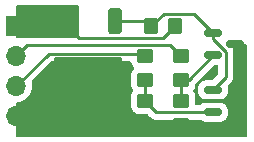
<source format=gbr>
%TF.GenerationSoftware,KiCad,Pcbnew,7.0.2*%
%TF.CreationDate,2023-09-29T19:18:40+02:00*%
%TF.ProjectId,crowbar,63726f77-6261-4722-9e6b-696361645f70,rev?*%
%TF.SameCoordinates,Original*%
%TF.FileFunction,Copper,L2,Bot*%
%TF.FilePolarity,Positive*%
%FSLAX46Y46*%
G04 Gerber Fmt 4.6, Leading zero omitted, Abs format (unit mm)*
G04 Created by KiCad (PCBNEW 7.0.2) date 2023-09-29 19:18:40*
%MOMM*%
%LPD*%
G01*
G04 APERTURE LIST*
G04 Aperture macros list*
%AMRoundRect*
0 Rectangle with rounded corners*
0 $1 Rounding radius*
0 $2 $3 $4 $5 $6 $7 $8 $9 X,Y pos of 4 corners*
0 Add a 4 corners polygon primitive as box body*
4,1,4,$2,$3,$4,$5,$6,$7,$8,$9,$2,$3,0*
0 Add four circle primitives for the rounded corners*
1,1,$1+$1,$2,$3*
1,1,$1+$1,$4,$5*
1,1,$1+$1,$6,$7*
1,1,$1+$1,$8,$9*
0 Add four rect primitives between the rounded corners*
20,1,$1+$1,$2,$3,$4,$5,0*
20,1,$1+$1,$4,$5,$6,$7,0*
20,1,$1+$1,$6,$7,$8,$9,0*
20,1,$1+$1,$8,$9,$2,$3,0*%
G04 Aperture macros list end*
%TA.AperFunction,SMDPad,CuDef*%
%ADD10RoundRect,0.150000X-0.587500X-0.150000X0.587500X-0.150000X0.587500X0.150000X-0.587500X0.150000X0*%
%TD*%
%TA.AperFunction,SMDPad,CuDef*%
%ADD11RoundRect,0.250000X-0.450000X0.350000X-0.450000X-0.350000X0.450000X-0.350000X0.450000X0.350000X0*%
%TD*%
%TA.AperFunction,SMDPad,CuDef*%
%ADD12RoundRect,0.250000X0.350000X0.450000X-0.350000X0.450000X-0.350000X-0.450000X0.350000X-0.450000X0*%
%TD*%
%TA.AperFunction,ComponentPad*%
%ADD13R,1.700000X1.700000*%
%TD*%
%TA.AperFunction,ComponentPad*%
%ADD14O,1.700000X1.700000*%
%TD*%
%TA.AperFunction,SMDPad,CuDef*%
%ADD15RoundRect,0.250000X-0.350000X0.850000X-0.350000X-0.850000X0.350000X-0.850000X0.350000X0.850000X0*%
%TD*%
%TA.AperFunction,SMDPad,CuDef*%
%ADD16RoundRect,0.249997X-2.650003X2.950003X-2.650003X-2.950003X2.650003X-2.950003X2.650003X2.950003X0*%
%TD*%
%TA.AperFunction,SMDPad,CuDef*%
%ADD17RoundRect,0.250000X-1.125000X1.275000X-1.125000X-1.275000X1.125000X-1.275000X1.125000X1.275000X0*%
%TD*%
%TA.AperFunction,Conductor*%
%ADD18C,0.250000*%
%TD*%
G04 APERTURE END LIST*
D10*
%TO.P,U2,1,REF*%
%TO.N,Net-(U2-REF)*%
X110647000Y-71054000D03*
%TO.P,U2,2,K*%
%TO.N,Net-(D1-G)*%
X110647000Y-69154000D03*
%TO.P,U2,3,A*%
%TO.N,GND*%
X112522000Y-70104000D03*
%TD*%
%TO.P,U1,1,REF*%
%TO.N,Net-(U1-REF)*%
X110647000Y-75880000D03*
%TO.P,U1,2,K*%
%TO.N,Net-(D1-G)*%
X110647000Y-73980000D03*
%TO.P,U1,3,A*%
%TO.N,GND*%
X112522000Y-74930000D03*
%TD*%
D11*
%TO.P,R5,1*%
%TO.N,Net-(U2-REF)*%
X107950000Y-74930000D03*
%TO.P,R5,2*%
%TO.N,GND*%
X107950000Y-76930000D03*
%TD*%
%TO.P,R4,1*%
%TO.N,Net-(J1-Pin_2)*%
X107950000Y-71120000D03*
%TO.P,R4,2*%
%TO.N,Net-(U2-REF)*%
X107950000Y-73120000D03*
%TD*%
%TO.P,R3,1*%
%TO.N,Net-(U1-REF)*%
X104902000Y-74930000D03*
%TO.P,R3,2*%
%TO.N,GND*%
X104902000Y-76930000D03*
%TD*%
%TO.P,R2,1*%
%TO.N,Net-(J1-Pin_3)*%
X104902000Y-71120000D03*
%TO.P,R2,2*%
%TO.N,Net-(U1-REF)*%
X104902000Y-73120000D03*
%TD*%
D12*
%TO.P,R1,1*%
%TO.N,Net-(D1-A1)*%
X107442000Y-68580000D03*
%TO.P,R1,2*%
%TO.N,Net-(D1-G)*%
X105442000Y-68580000D03*
%TD*%
D13*
%TO.P,J1,1,Pin_1*%
%TO.N,Net-(D1-A1)*%
X93980000Y-68580000D03*
D14*
%TO.P,J1,2,Pin_2*%
%TO.N,Net-(J1-Pin_2)*%
X93980000Y-71120000D03*
%TO.P,J1,3,Pin_3*%
%TO.N,Net-(J1-Pin_3)*%
X93980000Y-73660000D03*
%TO.P,J1,4,Pin_4*%
%TO.N,GND*%
X93980000Y-76200000D03*
%TD*%
D15*
%TO.P,D1,1,A1*%
%TO.N,Net-(D1-A1)*%
X97796000Y-68122000D03*
%TO.P,D1,3,G*%
%TO.N,Net-(D1-G)*%
X102356000Y-68122000D03*
D16*
%TO.P,D1,2,A2*%
%TO.N,GND*%
X100076000Y-74422000D03*
D17*
X101601000Y-76097000D03*
X98551000Y-72747000D03*
X98551000Y-76097000D03*
X101601000Y-72747000D03*
%TD*%
D18*
%TO.N,Net-(D1-G)*%
X109048000Y-67555000D02*
X110647000Y-69154000D01*
X106467000Y-67555000D02*
X109048000Y-67555000D01*
X105442000Y-68580000D02*
X106467000Y-67555000D01*
%TO.N,Net-(D1-A1)*%
X106417000Y-69605000D02*
X99279000Y-69605000D01*
X99279000Y-69605000D02*
X97796000Y-68122000D01*
X107442000Y-68580000D02*
X106417000Y-69605000D01*
%TO.N,Net-(D1-G)*%
X104984000Y-68122000D02*
X105442000Y-68580000D01*
X102356000Y-68122000D02*
X104984000Y-68122000D01*
X111737749Y-70735498D02*
X110647000Y-69644749D01*
X111737749Y-72889251D02*
X111737749Y-70735498D01*
X110647000Y-69644749D02*
X110647000Y-69154000D01*
X110647000Y-73980000D02*
X111737749Y-72889251D01*
%TO.N,Net-(J1-Pin_2)*%
X94905000Y-70195000D02*
X93980000Y-71120000D01*
X107025000Y-70195000D02*
X94905000Y-70195000D01*
X107950000Y-71120000D02*
X107025000Y-70195000D01*
%TO.N,Net-(J1-Pin_3)*%
X96743000Y-70897000D02*
X93980000Y-73660000D01*
X104679000Y-70897000D02*
X96743000Y-70897000D01*
X104902000Y-71120000D02*
X104679000Y-70897000D01*
%TO.N,Net-(U1-REF)*%
X105852000Y-75880000D02*
X104902000Y-74930000D01*
X110647000Y-75880000D02*
X105852000Y-75880000D01*
%TO.N,Net-(U2-REF)*%
X108581000Y-73120000D02*
X110647000Y-71054000D01*
X107950000Y-73120000D02*
X108581000Y-73120000D01*
X107950000Y-73120000D02*
X107950000Y-74930000D01*
%TO.N,Net-(U1-REF)*%
X104902000Y-73120000D02*
X104902000Y-74930000D01*
%TD*%
%TA.AperFunction,Conductor*%
%TO.N,Net-(D1-A1)*%
G36*
X99257039Y-66822185D02*
G01*
X99302794Y-66874989D01*
X99314000Y-66926500D01*
X99314000Y-69445500D01*
X99294315Y-69512539D01*
X99241511Y-69558294D01*
X99190000Y-69569500D01*
X94987744Y-69569500D01*
X94967236Y-69567235D01*
X94897113Y-69569439D01*
X94893219Y-69569500D01*
X94865650Y-69569500D01*
X94861794Y-69569986D01*
X94861791Y-69569987D01*
X94861735Y-69569994D01*
X94861662Y-69570003D01*
X94850043Y-69570917D01*
X94806372Y-69572289D01*
X94787128Y-69577880D01*
X94768084Y-69581824D01*
X94748206Y-69584335D01*
X94740740Y-69587292D01*
X94695093Y-69596000D01*
X94104500Y-69596000D01*
X94037461Y-69576315D01*
X93991706Y-69523511D01*
X93980500Y-69472000D01*
X93980500Y-66926500D01*
X94000185Y-66859461D01*
X94052989Y-66813706D01*
X94104500Y-66802500D01*
X99190000Y-66802500D01*
X99257039Y-66822185D01*
G37*
%TD.AperFunction*%
%TD*%
%TA.AperFunction,Conductor*%
%TO.N,GND*%
G36*
X113480539Y-70123685D02*
G01*
X113526294Y-70176489D01*
X113537500Y-70228000D01*
X113537500Y-77853500D01*
X113517815Y-77920539D01*
X113465011Y-77966294D01*
X113413500Y-77977500D01*
X94104500Y-77977500D01*
X94037461Y-77957815D01*
X93991706Y-77905011D01*
X93980500Y-77853500D01*
X93980500Y-75129240D01*
X94000185Y-75062201D01*
X94052989Y-75016446D01*
X94093693Y-75005712D01*
X94159642Y-74999941D01*
X94215408Y-74995063D01*
X94443663Y-74933903D01*
X94657830Y-74834035D01*
X94851401Y-74698495D01*
X95018495Y-74531401D01*
X95154035Y-74337830D01*
X95253903Y-74123663D01*
X95315063Y-73895408D01*
X95335659Y-73660000D01*
X95315063Y-73424592D01*
X95288143Y-73324125D01*
X95289806Y-73254276D01*
X95320235Y-73204353D01*
X96965771Y-71558819D01*
X97027095Y-71525334D01*
X97053453Y-71522500D01*
X103589777Y-71522500D01*
X103656816Y-71542185D01*
X103702571Y-71594989D01*
X103706711Y-71610242D01*
X103707729Y-71609905D01*
X103767186Y-71789334D01*
X103859288Y-71938657D01*
X103952950Y-72032319D01*
X103986435Y-72093642D01*
X103981451Y-72163334D01*
X103952950Y-72207681D01*
X103859288Y-72301342D01*
X103767186Y-72450665D01*
X103712000Y-72617202D01*
X103701819Y-72716858D01*
X103701817Y-72716878D01*
X103701500Y-72719991D01*
X103701500Y-72723138D01*
X103701500Y-72723139D01*
X103701500Y-73516858D01*
X103701500Y-73516877D01*
X103701501Y-73520008D01*
X103701820Y-73523140D01*
X103701821Y-73523141D01*
X103712000Y-73622796D01*
X103767186Y-73789334D01*
X103866897Y-73950993D01*
X103865789Y-73951676D01*
X103891435Y-73998642D01*
X103886451Y-74068334D01*
X103866783Y-74098936D01*
X103866897Y-74099007D01*
X103767186Y-74260665D01*
X103712000Y-74427202D01*
X103701819Y-74526858D01*
X103701817Y-74526878D01*
X103701500Y-74529991D01*
X103701500Y-74533138D01*
X103701500Y-74533139D01*
X103701500Y-75326858D01*
X103701500Y-75326877D01*
X103701501Y-75330008D01*
X103701820Y-75333140D01*
X103701821Y-75333141D01*
X103712000Y-75432796D01*
X103767186Y-75599334D01*
X103859288Y-75748657D01*
X103983342Y-75872711D01*
X103983344Y-75872712D01*
X104132666Y-75964814D01*
X104244017Y-76001712D01*
X104299202Y-76019999D01*
X104398858Y-76030180D01*
X104398859Y-76030180D01*
X104401991Y-76030500D01*
X105066546Y-76030499D01*
X105133585Y-76050183D01*
X105154227Y-76066818D01*
X105351196Y-76263787D01*
X105364096Y-76279888D01*
X105415223Y-76327900D01*
X105418020Y-76330611D01*
X105437529Y-76350120D01*
X105440709Y-76352587D01*
X105449571Y-76360155D01*
X105481418Y-76390062D01*
X105498972Y-76399712D01*
X105515236Y-76410396D01*
X105526972Y-76419499D01*
X105531064Y-76422673D01*
X105555909Y-76433424D01*
X105571152Y-76440021D01*
X105581631Y-76445154D01*
X105619908Y-76466197D01*
X105639306Y-76471177D01*
X105657708Y-76477477D01*
X105676104Y-76485438D01*
X105719261Y-76492273D01*
X105730664Y-76494634D01*
X105772981Y-76505500D01*
X105793016Y-76505500D01*
X105812413Y-76507026D01*
X105832196Y-76510160D01*
X105875674Y-76506050D01*
X105887344Y-76505500D01*
X109563692Y-76505500D01*
X109630731Y-76525185D01*
X109651373Y-76541819D01*
X109657635Y-76548081D01*
X109799101Y-76631744D01*
X109799102Y-76631744D01*
X109956927Y-76677597D01*
X109956931Y-76677598D01*
X109993806Y-76680500D01*
X109996251Y-76680500D01*
X111297749Y-76680500D01*
X111300194Y-76680500D01*
X111337069Y-76677598D01*
X111494898Y-76631744D01*
X111636365Y-76548081D01*
X111752581Y-76431865D01*
X111836244Y-76290398D01*
X111882098Y-76132569D01*
X111885000Y-76095694D01*
X111885000Y-75664306D01*
X111882098Y-75627431D01*
X111836244Y-75469602D01*
X111752581Y-75328135D01*
X111636365Y-75211919D01*
X111585793Y-75182011D01*
X111494897Y-75128255D01*
X111337072Y-75082402D01*
X111302628Y-75079691D01*
X111302614Y-75079690D01*
X111300194Y-75079500D01*
X109993806Y-75079500D01*
X109991386Y-75079690D01*
X109991371Y-75079691D01*
X109956927Y-75082402D01*
X109799102Y-75128255D01*
X109657634Y-75211919D01*
X109651373Y-75218181D01*
X109590050Y-75251666D01*
X109563692Y-75254500D01*
X109274500Y-75254500D01*
X109207461Y-75234815D01*
X109161706Y-75182011D01*
X109150500Y-75130500D01*
X109150499Y-74533141D01*
X109150499Y-74533139D01*
X109150499Y-74529992D01*
X109139999Y-74427203D01*
X109084814Y-74260666D01*
X109040411Y-74188677D01*
X108985103Y-74099007D01*
X108986210Y-74098323D01*
X108960565Y-74051365D01*
X108965546Y-73981673D01*
X108985217Y-73951063D01*
X108985103Y-73950993D01*
X109019388Y-73895407D01*
X109084814Y-73789334D01*
X109139999Y-73622797D01*
X109150500Y-73520009D01*
X109150499Y-73486452D01*
X109170182Y-73419415D01*
X109186813Y-73398775D01*
X110694771Y-71890819D01*
X110756095Y-71857334D01*
X110782453Y-71854500D01*
X110988249Y-71854500D01*
X111055288Y-71874185D01*
X111101043Y-71926989D01*
X111112249Y-71978500D01*
X111112249Y-72578797D01*
X111092564Y-72645836D01*
X111075930Y-72666478D01*
X110599228Y-73143181D01*
X110537905Y-73176666D01*
X110511547Y-73179500D01*
X109993806Y-73179500D01*
X109991386Y-73179690D01*
X109991371Y-73179691D01*
X109956927Y-73182402D01*
X109799102Y-73228255D01*
X109657634Y-73311919D01*
X109541419Y-73428134D01*
X109457755Y-73569602D01*
X109411902Y-73727427D01*
X109409191Y-73761871D01*
X109409190Y-73761886D01*
X109409000Y-73764306D01*
X109409000Y-74195694D01*
X109409190Y-74198114D01*
X109409191Y-74198128D01*
X109411902Y-74232572D01*
X109457755Y-74390397D01*
X109479522Y-74427203D01*
X109541419Y-74531865D01*
X109657635Y-74648081D01*
X109742874Y-74698491D01*
X109799102Y-74731744D01*
X109956927Y-74777597D01*
X109956931Y-74777598D01*
X109993806Y-74780500D01*
X109996251Y-74780500D01*
X111297749Y-74780500D01*
X111300194Y-74780500D01*
X111337069Y-74777598D01*
X111494898Y-74731744D01*
X111636365Y-74648081D01*
X111752581Y-74531865D01*
X111836244Y-74390398D01*
X111882098Y-74232569D01*
X111885000Y-74195694D01*
X111885000Y-73764306D01*
X111882098Y-73727431D01*
X111880508Y-73721961D01*
X111880708Y-73652091D01*
X111911902Y-73599686D01*
X112121536Y-73390053D01*
X112137634Y-73377156D01*
X112139620Y-73375040D01*
X112139626Y-73375037D01*
X112185698Y-73325974D01*
X112188283Y-73323306D01*
X112207869Y-73303722D01*
X112210334Y-73300543D01*
X112217916Y-73291667D01*
X112247811Y-73259833D01*
X112257461Y-73242278D01*
X112268149Y-73226008D01*
X112280420Y-73210189D01*
X112280422Y-73210187D01*
X112297775Y-73170083D01*
X112302906Y-73159613D01*
X112323946Y-73121343D01*
X112328924Y-73101950D01*
X112335230Y-73083533D01*
X112336767Y-73079979D01*
X112343187Y-73065147D01*
X112350021Y-73021996D01*
X112352384Y-73010582D01*
X112363249Y-72968270D01*
X112363249Y-72948234D01*
X112364776Y-72928835D01*
X112367909Y-72909055D01*
X112363799Y-72865575D01*
X112363249Y-72853906D01*
X112363249Y-70818241D01*
X112365513Y-70797737D01*
X112363310Y-70727624D01*
X112363249Y-70723729D01*
X112363249Y-70700038D01*
X112363249Y-70696148D01*
X112362747Y-70692175D01*
X112361829Y-70680516D01*
X112360458Y-70636871D01*
X112354869Y-70617638D01*
X112350923Y-70598580D01*
X112348413Y-70578704D01*
X112332337Y-70538102D01*
X112328553Y-70527051D01*
X112321313Y-70502134D01*
X112316367Y-70485108D01*
X112306163Y-70467853D01*
X112297610Y-70450393D01*
X112290235Y-70431766D01*
X112264557Y-70396423D01*
X112258150Y-70386669D01*
X112235919Y-70349078D01*
X112221754Y-70334914D01*
X112209119Y-70320120D01*
X112197343Y-70303911D01*
X112197342Y-70303910D01*
X112195143Y-70300883D01*
X112171665Y-70235077D01*
X112187492Y-70167023D01*
X112237598Y-70118329D01*
X112295463Y-70104000D01*
X113413500Y-70104000D01*
X113480539Y-70123685D01*
G37*
%TD.AperFunction*%
%TD*%
M02*

</source>
